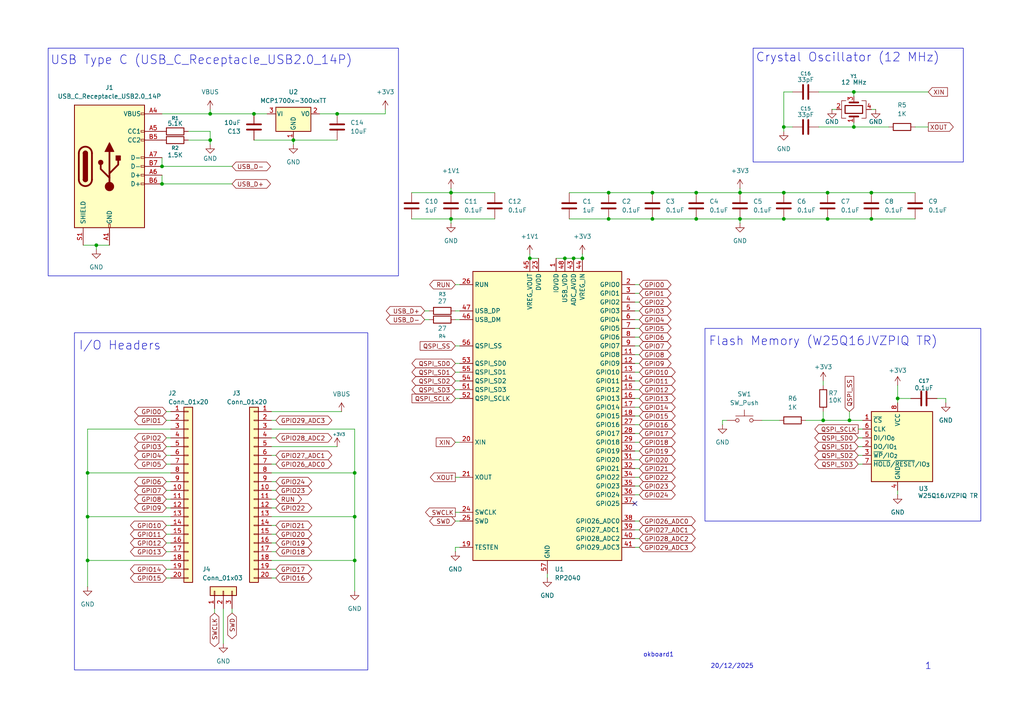
<source format=kicad_sch>
(kicad_sch (version 20250114) (generator "eeschema") (generator_version "9.0")
  (paper "A4")
  (lib_symbols
    (symbol "Connector:USB_C_Receptacle_USB2.0_14P" (pin_names (offset 1.016))
      (property "Reference" "J" (at 0 22.225 0))
      (property "Value" "USB_C_Receptacle_USB2.0_14P" (at 0 19.685 0))
      (symbol "USB_C_Receptacle_USB2.0_14P_1_1"
        (pin passive line (at -7.62 -22.86 90) (length 5.08) (name "SHIELD") (number "S1"))
        (pin passive line (at 0 -22.86 90) (length 5.08) (name "GND") (number "A1"))
        (pin passive line (at 0 -22.86 90) (length 5.08) (hide yes) (name "GND") (number "A12"))
        (pin passive line (at 0 -22.86 90) (length 5.08) (hide yes) (name "GND") (number "B1"))
        (pin passive line (at 0 -22.86 90) (length 5.08) (hide yes) (name "GND") (number "B12"))
        (pin passive line (at 15.24 15.24 180) (length 5.08) (name "VBUS") (number "A4"))
        (pin passive line (at 15.24 15.24 180) (length 5.08) (hide yes) (name "VBUS") (number "A9"))
        (pin passive line (at 15.24 15.24 180) (length 5.08) (hide yes) (name "VBUS") (number "B4"))
        (pin passive line (at 15.24 15.24 180) (length 5.08) (hide yes) (name "VBUS") (number "B9"))
        (pin bidirectional line (at 15.24 10.16 180) (length 5.08) (name "CC1") (number "A5"))
        (pin bidirectional line (at 15.24 7.62 180) (length 5.08) (name "CC2") (number "B5"))
        (pin bidirectional line (at 15.24 2.54 180) (length 5.08) (name "D-") (number "A7"))
        (pin bidirectional line (at 15.24 0 180) (length 5.08) (name "D-") (number "B7"))
        (pin bidirectional line (at 15.24 -2.54 180) (length 5.08) (name "D+") (number "A6"))
        (pin bidirectional line (at 15.24 -5.08 180) (length 5.08) (name "D+") (number "B6"))
      )
    )
    (symbol "Connector_Generic:Conn_01x03" (pin_names (offset 1.016) (hide yes))
      (property "Reference" "J" (at 0 5.08 0))
      (property "Value" "Conn_01x03" (at 0 -5.08 0))
      (symbol "Conn_01x03_1_1"
        (pin passive line (at -5.08 2.54 0) (length 3.81) (name "Pin_1") (number "1"))
        (pin passive line (at -5.08 0 0) (length 3.81) (name "Pin_2") (number "2"))
        (pin passive line (at -5.08 -2.54 0) (length 3.81) (name "Pin_3") (number "3"))
      )
    )
    (symbol "Connector_Generic:Conn_01x20" (pin_names (offset 1.016) (hide yes))
      (property "Reference" "J" (at 0 25.4 0))
      (property "Value" "Conn_01x20" (at 0 -27.94 0))
      (symbol "Conn_01x20_1_1"
        (pin passive line (at -5.08 22.86 0) (length 3.81) (name "Pin_1") (number "1"))
        (pin passive line (at -5.08 20.32 0) (length 3.81) (name "Pin_2") (number "2"))
        (pin passive line (at -5.08 17.78 0) (length 3.81) (name "Pin_3") (number "3"))
        (pin passive line (at -5.08 15.24 0) (length 3.81) (name "Pin_4") (number "4"))
        (pin passive line (at -5.08 12.7 0) (length 3.81) (name "Pin_5") (number "5"))
        (pin passive line (at -5.08 10.16 0) (length 3.81) (name "Pin_6") (number "6"))
        (pin passive line (at -5.08 7.62 0) (length 3.81) (name "Pin_7") (number "7"))
        (pin passive line (at -5.08 5.08 0) (length 3.81) (name "Pin_8") (number "8"))
        (pin passive line (at -5.08 2.54 0) (length 3.81) (name "Pin_9") (number "9"))
        (pin passive line (at -5.08 0 0) (length 3.81) (name "Pin_10") (number "10"))
        (pin passive line (at -5.08 -2.54 0) (length 3.81) (name "Pin_11") (number "11"))
        (pin passive line (at -5.08 -5.08 0) (length 3.81) (name "Pin_12") (number "12"))
        (pin passive line (at -5.08 -7.62 0) (length 3.81) (name "Pin_13") (number "13"))
        (pin passive line (at -5.08 -10.16 0) (length 3.81) (name "Pin_14") (number "14"))
        (pin passive line (at -5.08 -12.7 0) (length 3.81) (name "Pin_15") (number "15"))
        (pin passive line (at -5.08 -15.24 0) (length 3.81) (name "Pin_16") (number "16"))
        (pin passive line (at -5.08 -17.78 0) (length 3.81) (name "Pin_17") (number "17"))
        (pin passive line (at -5.08 -20.32 0) (length 3.81) (name "Pin_18") (number "18"))
        (pin passive line (at -5.08 -22.86 0) (length 3.81) (name "Pin_19") (number "19"))
        (pin passive line (at -5.08 -25.4 0) (length 3.81) (name "Pin_20") (number "20"))
      )
    )
    (symbol "Device:C" (pin_numbers (hide yes)) (pin_names (offset 0.254))
      (property "Reference" "C" (at 0.635 2.54 0))
      (property "Value" "C" (at 0.635 -2.54 0))
      (symbol "C_1_1"
        (pin passive line (at 0 3.81 270) (length 2.794) (name "~") (number "1"))
        (pin passive line (at 0 -3.81 90) (length 2.794) (name "~") (number "2"))
      )
    )
    (symbol "Device:Crystal_GND24" (pin_names (offset 1.016) (hide yes))
      (property "Reference" "Y" (at 3.175 5.08 0))
      (property "Value" "Crystal_GND24" (at 3.175 3.175 0))
      (symbol "Crystal_GND24_1_1"
        (pin passive line (at -3.81 0 0) (length 1.27) (name "1") (number "1"))
        (pin passive line (at 0 5.08 270) (length 1.27) (name "2") (number "2"))
        (pin passive line (at 0 -5.08 90) (length 1.27) (name "4") (number "4"))
        (pin passive line (at 3.81 0 180) (length 1.27) (name "3") (number "3"))
      )
    )
    (symbol "Device:R" (pin_numbers (hide yes)) (pin_names (offset 0))
      (property "Reference" "R" (at 2.032 0 90))
      (property "Value" "R" (at 0 0 90))
      (symbol "R_1_1"
        (pin passive line (at 0 3.81 270) (length 1.27) (name "~") (number "1"))
        (pin passive line (at 0 -3.81 90) (length 1.27) (name "~") (number "2"))
      )
    )
    (symbol "MCU_RaspberryPi:RP2040"
      (property "Reference" "U" (at 17.78 45.72 0))
      (property "Value" "RP2040" (at 17.78 43.18 0))
      (symbol "RP2040_1_1"
        (pin input line (at -25.4 38.1 0) (length 3.81) (name "RUN") (number "26"))
        (pin bidirectional line (at -25.4 30.48 0) (length 3.81) (name "USB_DP") (number "47"))
        (pin bidirectional line (at -25.4 27.94 0) (length 3.81) (name "USB_DM") (number "46"))
        (pin bidirectional line (at -25.4 20.32 0) (length 3.81) (name "QSPI_SS") (number "56"))
        (pin bidirectional line (at -25.4 15.24 0) (length 3.81) (name "QSPI_SD0") (number "53"))
        (pin bidirectional line (at -25.4 12.7 0) (length 3.81) (name "QSPI_SD1") (number "55"))
        (pin bidirectional line (at -25.4 10.16 0) (length 3.81) (name "QSPI_SD2") (number "54"))
        (pin bidirectional line (at -25.4 7.62 0) (length 3.81) (name "QSPI_SD3") (number "51"))
        (pin output line (at -25.4 5.08 0) (length 3.81) (name "QSPI_SCLK") (number "52"))
        (pin input line (at -25.4 -7.62 0) (length 3.81) (name "XIN") (number "20"))
        (pin passive line (at -25.4 -17.78 0) (length 3.81) (name "XOUT") (number "21"))
        (pin input line (at -25.4 -27.94 0) (length 3.81) (name "SWCLK") (number "24"))
        (pin bidirectional line (at -25.4 -30.48 0) (length 3.81) (name "SWD") (number "25"))
        (pin input line (at -25.4 -38.1 0) (length 3.81) (name "TESTEN") (number "19"))
        (pin power_out line (at -5.08 45.72 270) (length 3.81) (name "VREG_VOUT") (number "45"))
        (pin power_in line (at -2.54 45.72 270) (length 3.81) (name "DVDD") (number "23"))
        (pin passive line (at -2.54 45.72 270) (length 3.81) (hide yes) (name "DVDD") (number "50"))
        (pin power_in line (at 0 -45.72 90) (length 3.81) (name "GND") (number "57"))
        (pin power_in line (at 2.54 45.72 270) (length 3.81) (name "IOVDD") (number "1"))
        (pin passive line (at 2.54 45.72 270) (length 3.81) (hide yes) (name "IOVDD") (number "10"))
        (pin passive line (at 2.54 45.72 270) (length 3.81) (hide yes) (name "IOVDD") (number "22"))
        (pin passive line (at 2.54 45.72 270) (length 3.81) (hide yes) (name "IOVDD") (number "33"))
        (pin passive line (at 2.54 45.72 270) (length 3.81) (hide yes) (name "IOVDD") (number "42"))
        (pin passive line (at 2.54 45.72 270) (length 3.81) (hide yes) (name "IOVDD") (number "49"))
        (pin power_in line (at 5.08 45.72 270) (length 3.81) (name "USB_VDD") (number "48"))
        (pin power_in line (at 7.62 45.72 270) (length 3.81) (name "ADC_AVDD") (number "43"))
        (pin power_in line (at 10.16 45.72 270) (length 3.81) (name "VREG_IN") (number "44"))
        (pin bidirectional line (at 25.4 38.1 180) (length 3.81) (name "GPIO0") (number "2"))
        (pin bidirectional line (at 25.4 35.56 180) (length 3.81) (name "GPIO1") (number "3"))
        (pin bidirectional line (at 25.4 33.02 180) (length 3.81) (name "GPIO2") (number "4"))
        (pin bidirectional line (at 25.4 30.48 180) (length 3.81) (name "GPIO3") (number "5"))
        (pin bidirectional line (at 25.4 27.94 180) (length 3.81) (name "GPIO4") (number "6"))
        (pin bidirectional line (at 25.4 25.4 180) (length 3.81) (name "GPIO5") (number "7"))
        (pin bidirectional line (at 25.4 22.86 180) (length 3.81) (name "GPIO6") (number "8"))
        (pin bidirectional line (at 25.4 20.32 180) (length 3.81) (name "GPIO7") (number "9"))
        (pin bidirectional line (at 25.4 17.78 180) (length 3.81) (name "GPIO8") (number "11"))
        (pin bidirectional line (at 25.4 15.24 180) (length 3.81) (name "GPIO9") (number "12"))
        (pin bidirectional line (at 25.4 12.7 180) (length 3.81) (name "GPIO10") (number "13"))
        (pin bidirectional line (at 25.4 10.16 180) (length 3.81) (name "GPIO11") (number "14"))
        (pin bidirectional line (at 25.4 7.62 180) (length 3.81) (name "GPIO12") (number "15"))
        (pin bidirectional line (at 25.4 5.08 180) (length 3.81) (name "GPIO13") (number "16"))
        (pin bidirectional line (at 25.4 2.54 180) (length 3.81) (name "GPIO14") (number "17"))
        (pin bidirectional line (at 25.4 0 180) (length 3.81) (name "GPIO15") (number "18"))
        (pin bidirectional line (at 25.4 -2.54 180) (length 3.81) (name "GPIO16") (number "27"))
        (pin bidirectional line (at 25.4 -5.08 180) (length 3.81) (name "GPIO17") (number "28"))
        (pin bidirectional line (at 25.4 -7.62 180) (length 3.81) (name "GPIO18") (number "29"))
        (pin bidirectional line (at 25.4 -10.16 180) (length 3.81) (name "GPIO19") (number "30"))
        (pin bidirectional line (at 25.4 -12.7 180) (length 3.81) (name "GPIO20") (number "31"))
        (pin bidirectional line (at 25.4 -15.24 180) (length 3.81) (name "GPIO21") (number "32"))
        (pin bidirectional line (at 25.4 -17.78 180) (length 3.81) (name "GPIO22") (number "34"))
        (pin bidirectional line (at 25.4 -20.32 180) (length 3.81) (name "GPIO23") (number "35"))
        (pin bidirectional line (at 25.4 -22.86 180) (length 3.81) (name "GPIO24") (number "36"))
        (pin bidirectional line (at 25.4 -25.4 180) (length 3.81) (name "GPIO25") (number "37"))
        (pin bidirectional line (at 25.4 -30.48 180) (length 3.81) (name "GPIO26_ADC0") (number "38"))
        (pin bidirectional line (at 25.4 -33.02 180) (length 3.81) (name "GPIO27_ADC1") (number "39"))
        (pin bidirectional line (at 25.4 -35.56 180) (length 3.81) (name "GPIO28_ADC2") (number "40"))
        (pin bidirectional line (at 25.4 -38.1 180) (length 3.81) (name "GPIO29_ADC3") (number "41"))
      )
    )
    (symbol "Memory_Flash:W25Q128JVS"
      (property "Reference" "U" (at -6.35 11.43 0))
      (property "Value" "W25Q128JVS" (at 7.62 11.43 0))
      (symbol "W25Q128JVS_1_1"
        (pin input line (at -10.16 7.62 0) (length 2.54) (name "~{CS}") (number "1"))
        (pin input line (at -10.16 5.08 0) (length 2.54) (name "CLK") (number "6"))
        (pin bidirectional line (at -10.16 2.54 0) (length 2.54) (name "DI/IO_{0}") (number "5"))
        (pin bidirectional line (at -10.16 0 0) (length 2.54) (name "DO/IO_{1}") (number "2"))
        (pin bidirectional line (at -10.16 -2.54 0) (length 2.54) (name "~{WP}/IO_{2}") (number "3"))
        (pin bidirectional line (at -10.16 -5.08 0) (length 2.54) (name "~{HOLD}/~{RESET}/IO_{3}") (number "7"))
        (pin power_in line (at 0 12.7 270) (length 2.54) (name "VCC") (number "8"))
        (pin power_in line (at 0 -12.7 90) (length 2.54) (name "GND") (number "4"))
      )
    )
    (symbol "Regulator_Linear:MCP1700x-300xxTT" (pin_names (offset 0.254))
      (property "Reference" "U" (at -3.81 3.175 0))
      (property "Value" "MCP1700x-300xxTT" (at 0 3.175 0))
      (symbol "MCP1700x-300xxTT_1_1"
        (pin power_in line (at -7.62 0 0) (length 2.54) (name "VI") (number "3"))
        (pin power_in line (at 0 -7.62 90) (length 2.54) (name "GND") (number "1"))
        (pin power_out line (at 7.62 0 180) (length 2.54) (name "VO") (number "2"))
      )
    )
    (symbol "Switch:SW_Push" (pin_numbers (hide yes)) (pin_names (offset 1.016) (hide yes))
      (property "Reference" "SW" (at 1.27 2.54 0))
      (property "Value" "SW_Push" (at 0 -1.524 0))
      (symbol "SW_Push_0_1"
        (pin passive line (at -5.08 0 0) (length 2.54) (name "1") (number "1"))
        (pin passive line (at 5.08 0 180) (length 2.54) (name "2") (number "2"))
      )
    )
    (symbol "power:+1V1" (power) (pin_numbers (hide yes)) (pin_names (offset 0) (hide yes))
      (property "Value" "+1V1" (at 0 3.556 0))
      (symbol "+1V1_1_1"
        (pin power_in line (at 0 0 90) (length 0) (name "~") (number "1"))
      )
    )
    (symbol "power:+3V3" (power) (pin_numbers (hide yes)) (pin_names (offset 0) (hide yes))
      (property "Value" "+3V3" (at 0 3.556 0))
      (symbol "+3V3_1_1"
        (pin power_in line (at 0 0 90) (length 0) (name "~") (number "1"))
      )
    )
    (symbol "power:GND" (power) (pin_numbers (hide yes)) (pin_names (offset 0) (hide yes))
      (property "Value" "GND" (at 0 -3.81 0))
      (symbol "GND_1_1"
        (pin power_in line (at 0 0 270) (length 0) (name "~") (number "1"))
      )
    )
    (symbol "power:VBUS" (power) (pin_numbers (hide yes)) (pin_names (offset 0) (hide yes))
      (property "Value" "VBUS" (at 0 3.556 0))
      (symbol "VBUS_1_1"
        (pin power_in line (at 0 0 90) (length 0) (name "~") (number "1"))
      )
    )
  )
  (rectangle (start 204.47 95.25) (end 284.48 151.13))
  (rectangle (start 218.44 13.97) (end 279.4 46.99))
  (rectangle (start 13.97 13.97) (end 115.57 80.01))
  (rectangle (start 21.59 96.52) (end 106.68 194.31))
  (text "USB Type C (USB_C_Receptacle_USB2.0_14P)" (at 58.42 17.526 0) (effects (font (size 2.54 2.54))))
  (text "20/12/2025" (at 212.344 193.294 0) (effects (font (size 1.27 1.27))))
  (text "I/O Headers" (at 34.798 100.33 0) (effects (font (size 2.54 2.54))))
  (text "1" (at 269.24 193.294 0) (effects (font (size 1.905 1.905))))
  (text "okboard1" (at 191.008 189.992 0) (effects (font (size 1.27 1.27))))
  (text "Crystal Oscillator (12 MHz)" (at 245.872 16.764 0) (effects (font (size 2.54 2.54))))
  (text "Flash Memory (W25Q16JVZPIQ TR)" (at 238.76 99.06 0) (effects (font (size 2.54 2.54))))
  (junction (at 201.93 55.88))
  (junction (at 46.99 53.34))
  (junction (at 27.94 71.12))
  (junction (at 168.91 74.93))
  (junction (at 25.4 162.56))
  (junction (at 46.99 48.26))
  (junction (at 247.65 26.67))
  (junction (at 25.4 137.16))
  (junction (at 227.33 36.83))
  (junction (at 60.96 33.02))
  (junction (at 214.63 55.88))
  (junction (at 189.23 55.88))
  (junction (at 60.96 40.64))
  (junction (at 97.79 33.02))
  (junction (at 130.81 55.88))
  (junction (at 240.03 63.5))
  (junction (at 102.87 149.86))
  (junction (at 73.66 33.02))
  (junction (at 176.53 55.88))
  (junction (at 85.09 40.64))
  (junction (at 153.67 74.93))
  (junction (at 102.87 137.16))
  (junction (at 227.33 63.5))
  (junction (at 247.65 36.83))
  (junction (at 189.23 63.5))
  (junction (at 163.83 74.93))
  (junction (at 166.37 74.93))
  (junction (at 252.73 55.88))
  (junction (at 246.38 121.92))
  (junction (at 25.4 149.86))
  (junction (at 260.35 115.57))
  (junction (at 201.93 63.5))
  (junction (at 130.81 63.5))
  (junction (at 102.87 162.56))
  (junction (at 240.03 55.88))
  (junction (at 227.33 55.88))
  (junction (at 238.76 121.92))
  (junction (at 214.63 63.5))
  (junction (at 176.53 63.5))
  (junction (at 252.73 63.5))
  (no_connect (at 184.15 146.05))
  (wire (pts (xy 46.99 53.34) (xy 67.31 53.34)))
  (wire (pts (xy 78.74 142.24) (xy 80.01 142.24)))
  (wire (pts (xy 60.96 33.02) (xy 73.66 33.02)))
  (wire (pts (xy 166.37 74.93) (xy 168.91 74.93)))
  (wire (pts (xy 78.74 129.54) (xy 97.79 129.54)))
  (wire (pts (xy 85.09 40.64) (xy 85.09 41.91)))
  (wire (pts (xy 184.15 140.97) (xy 185.42 140.97)))
  (wire (pts (xy 25.4 137.16) (xy 49.53 137.16)))
  (wire (pts (xy 220.98 121.92) (xy 226.06 121.92)))
  (wire (pts (xy 111.76 33.02) (xy 111.76 31.75)))
  (wire (pts (xy 48.26 142.24) (xy 49.53 142.24)))
  (wire (pts (xy 133.35 158.75) (xy 132.08 158.75)))
  (wire (pts (xy 260.35 115.57) (xy 264.16 115.57)))
  (wire (pts (xy 48.26 119.38) (xy 49.53 119.38)))
  (wire (pts (xy 78.74 144.78) (xy 80.01 144.78)))
  (wire (pts (xy 132.08 90.17) (xy 133.35 90.17)))
  (wire (pts (xy 46.99 48.26) (xy 67.31 48.26)))
  (wire (pts (xy 214.63 54.61) (xy 214.63 55.88)))
  (wire (pts (xy 237.49 26.67) (xy 247.65 26.67)))
  (wire (pts (xy 238.76 121.92) (xy 246.38 121.92)))
  (wire (pts (xy 25.4 149.86) (xy 25.4 162.56)))
  (wire (pts (xy 214.63 55.88) (xy 227.33 55.88)))
  (wire (pts (xy 132.08 107.95) (xy 133.35 107.95)))
  (wire (pts (xy 227.33 55.88) (xy 240.03 55.88)))
  (wire (pts (xy 27.94 71.12) (xy 31.75 71.12)))
  (wire (pts (xy 78.74 137.16) (xy 102.87 137.16)))
  (wire (pts (xy 130.81 55.88) (xy 143.51 55.88)))
  (wire (pts (xy 176.53 55.88) (xy 189.23 55.88)))
  (wire (pts (xy 132.08 148.59) (xy 133.35 148.59)))
  (wire (pts (xy 201.93 63.5) (xy 214.63 63.5)))
  (wire (pts (xy 73.66 40.64) (xy 85.09 40.64)))
  (wire (pts (xy 260.35 142.24) (xy 260.35 143.51)))
  (wire (pts (xy 248.92 132.08) (xy 250.19 132.08)))
  (wire (pts (xy 237.49 36.83) (xy 247.65 36.83)))
  (wire (pts (xy 184.15 87.63) (xy 185.42 87.63)))
  (wire (pts (xy 54.61 40.64) (xy 60.96 40.64)))
  (wire (pts (xy 78.74 139.7) (xy 80.01 139.7)))
  (wire (pts (xy 163.83 74.93) (xy 166.37 74.93)))
  (wire (pts (xy 184.15 120.65) (xy 185.42 120.65)))
  (wire (pts (xy 184.15 151.13) (xy 185.42 151.13)))
  (wire (pts (xy 132.08 138.43) (xy 133.35 138.43)))
  (wire (pts (xy 247.65 35.56) (xy 247.65 36.83)))
  (wire (pts (xy 184.15 158.75) (xy 185.42 158.75)))
  (wire (pts (xy 78.74 165.1) (xy 80.01 165.1)))
  (wire (pts (xy 48.26 129.54) (xy 49.53 129.54)))
  (wire (pts (xy 78.74 132.08) (xy 80.01 132.08)))
  (wire (pts (xy 274.32 115.57) (xy 274.32 116.84)))
  (wire (pts (xy 102.87 124.46) (xy 102.87 137.16)))
  (wire (pts (xy 78.74 167.64) (xy 80.01 167.64)))
  (wire (pts (xy 78.74 121.92) (xy 80.01 121.92)))
  (wire (pts (xy 247.65 36.83) (xy 257.81 36.83)))
  (wire (pts (xy 227.33 36.83) (xy 227.33 38.1)))
  (wire (pts (xy 78.74 157.48) (xy 80.01 157.48)))
  (wire (pts (xy 252.73 63.5) (xy 265.43 63.5)))
  (wire (pts (xy 184.15 143.51) (xy 185.42 143.51)))
  (wire (pts (xy 78.74 160.02) (xy 80.01 160.02)))
  (wire (pts (xy 60.96 40.64) (xy 60.96 41.91)))
  (wire (pts (xy 271.78 115.57) (xy 274.32 115.57)))
  (wire (pts (xy 132.08 100.33) (xy 133.35 100.33)))
  (wire (pts (xy 48.26 144.78) (xy 49.53 144.78)))
  (wire (pts (xy 25.4 149.86) (xy 49.53 149.86)))
  (wire (pts (xy 132.08 92.71) (xy 133.35 92.71)))
  (wire (pts (xy 248.92 134.62) (xy 250.19 134.62)))
  (wire (pts (xy 46.99 45.72) (xy 46.99 48.26)))
  (wire (pts (xy 48.26 160.02) (xy 49.53 160.02)))
  (wire (pts (xy 48.26 152.4) (xy 49.53 152.4)))
  (wire (pts (xy 184.15 85.09) (xy 185.42 85.09)))
  (wire (pts (xy 248.92 129.54) (xy 250.19 129.54)))
  (wire (pts (xy 25.4 162.56) (xy 49.53 162.56)))
  (wire (pts (xy 201.93 55.88) (xy 214.63 55.88)))
  (wire (pts (xy 233.68 121.92) (xy 238.76 121.92)))
  (wire (pts (xy 153.67 74.93) (xy 156.21 74.93)))
  (wire (pts (xy 119.38 55.88) (xy 130.81 55.88)))
  (wire (pts (xy 168.91 73.66) (xy 168.91 74.93)))
  (wire (pts (xy 48.26 165.1) (xy 49.53 165.1)))
  (wire (pts (xy 49.53 124.46) (xy 25.4 124.46)))
  (wire (pts (xy 48.26 134.62) (xy 49.53 134.62)))
  (wire (pts (xy 240.03 63.5) (xy 252.73 63.5)))
  (wire (pts (xy 24.13 71.12) (xy 27.94 71.12)))
  (wire (pts (xy 184.15 82.55) (xy 185.42 82.55)))
  (wire (pts (xy 252.73 55.88) (xy 265.43 55.88)))
  (wire (pts (xy 184.15 118.11) (xy 185.42 118.11)))
  (wire (pts (xy 184.15 133.35) (xy 185.42 133.35)))
  (wire (pts (xy 48.26 147.32) (xy 49.53 147.32)))
  (wire (pts (xy 132.08 128.27) (xy 133.35 128.27)))
  (wire (pts (xy 248.92 124.46) (xy 250.19 124.46)))
  (wire (pts (xy 189.23 55.88) (xy 201.93 55.88)))
  (wire (pts (xy 73.66 33.02) (xy 77.47 33.02)))
  (wire (pts (xy 78.74 152.4) (xy 80.01 152.4)))
  (wire (pts (xy 46.99 33.02) (xy 60.96 33.02)))
  (wire (pts (xy 184.15 128.27) (xy 185.42 128.27)))
  (wire (pts (xy 102.87 149.86) (xy 102.87 162.56)))
  (wire (pts (xy 130.81 63.5) (xy 130.81 64.77)))
  (wire (pts (xy 132.08 151.13) (xy 133.35 151.13)))
  (wire (pts (xy 238.76 119.38) (xy 238.76 121.92)))
  (wire (pts (xy 78.74 119.38) (xy 99.06 119.38)))
  (wire (pts (xy 132.08 115.57) (xy 133.35 115.57)))
  (wire (pts (xy 48.26 157.48) (xy 49.53 157.48)))
  (wire (pts (xy 97.79 33.02) (xy 111.76 33.02)))
  (wire (pts (xy 184.15 115.57) (xy 185.42 115.57)))
  (wire (pts (xy 260.35 115.57) (xy 260.35 116.84)))
  (wire (pts (xy 123.19 92.71) (xy 124.46 92.71)))
  (wire (pts (xy 48.26 121.92) (xy 49.53 121.92)))
  (wire (pts (xy 240.03 55.88) (xy 252.73 55.88)))
  (wire (pts (xy 238.76 110.49) (xy 238.76 111.76)))
  (wire (pts (xy 48.26 154.94) (xy 49.53 154.94)))
  (wire (pts (xy 132.08 110.49) (xy 133.35 110.49)))
  (wire (pts (xy 247.65 26.67) (xy 269.24 26.67)))
  (wire (pts (xy 102.87 137.16) (xy 102.87 149.86)))
  (wire (pts (xy 85.09 40.64) (xy 97.79 40.64)))
  (wire (pts (xy 102.87 162.56) (xy 102.87 171.45)))
  (wire (pts (xy 161.29 74.93) (xy 163.83 74.93)))
  (wire (pts (xy 25.4 124.46) (xy 25.4 137.16)))
  (wire (pts (xy 78.74 154.94) (xy 80.01 154.94)))
  (wire (pts (xy 67.31 176.53) (xy 67.31 177.8)))
  (wire (pts (xy 189.23 63.5) (xy 201.93 63.5)))
  (wire (pts (xy 165.1 55.88) (xy 176.53 55.88)))
  (wire (pts (xy 227.33 36.83) (xy 229.87 36.83)))
  (wire (pts (xy 184.15 105.41) (xy 185.42 105.41)))
  (wire (pts (xy 184.15 102.87) (xy 185.42 102.87)))
  (wire (pts (xy 132.08 105.41) (xy 133.35 105.41)))
  (wire (pts (xy 54.61 38.1) (xy 60.96 38.1)))
  (wire (pts (xy 184.15 97.79) (xy 185.42 97.79)))
  (wire (pts (xy 119.38 63.5) (xy 130.81 63.5)))
  (wire (pts (xy 48.26 139.7) (xy 49.53 139.7)))
  (wire (pts (xy 64.77 176.53) (xy 64.77 186.69)))
  (wire (pts (xy 92.71 33.02) (xy 97.79 33.02)))
  (wire (pts (xy 78.74 147.32) (xy 80.01 147.32)))
  (wire (pts (xy 184.15 125.73) (xy 185.42 125.73)))
  (wire (pts (xy 184.15 100.33) (xy 185.42 100.33)))
  (wire (pts (xy 78.74 162.56) (xy 102.87 162.56)))
  (wire (pts (xy 246.38 119.38) (xy 246.38 121.92)))
  (wire (pts (xy 227.33 63.5) (xy 240.03 63.5)))
  (wire (pts (xy 184.15 95.25) (xy 185.42 95.25)))
  (wire (pts (xy 184.15 90.17) (xy 185.42 90.17)))
  (wire (pts (xy 248.92 127) (xy 250.19 127)))
  (wire (pts (xy 260.35 111.76) (xy 260.35 115.57)))
  (wire (pts (xy 210.82 121.92) (xy 209.55 121.92)))
  (wire (pts (xy 184.15 153.67) (xy 185.42 153.67)))
  (wire (pts (xy 246.38 121.92) (xy 250.19 121.92)))
  (wire (pts (xy 184.15 130.81) (xy 185.42 130.81)))
  (wire (pts (xy 209.55 121.92) (xy 209.55 123.19)))
  (wire (pts (xy 241.3 31.75) (xy 242.57 31.75)))
  (wire (pts (xy 184.15 156.21) (xy 185.42 156.21)))
  (wire (pts (xy 227.33 26.67) (xy 227.33 36.83)))
  (wire (pts (xy 25.4 162.56) (xy 25.4 170.18)))
  (wire (pts (xy 165.1 63.5) (xy 176.53 63.5)))
  (wire (pts (xy 176.53 63.5) (xy 189.23 63.5)))
  (wire (pts (xy 265.43 36.83) (xy 269.24 36.83)))
  (wire (pts (xy 184.15 92.71) (xy 185.42 92.71)))
  (wire (pts (xy 25.4 137.16) (xy 25.4 149.86)))
  (wire (pts (xy 184.15 138.43) (xy 185.42 138.43)))
  (wire (pts (xy 214.63 63.5) (xy 214.63 64.77)))
  (wire (pts (xy 184.15 113.03) (xy 185.42 113.03)))
  (wire (pts (xy 48.26 132.08) (xy 49.53 132.08)))
  (wire (pts (xy 48.26 127) (xy 49.53 127)))
  (wire (pts (xy 46.99 50.8) (xy 46.99 53.34)))
  (wire (pts (xy 132.08 113.03) (xy 133.35 113.03)))
  (wire (pts (xy 252.73 31.75) (xy 254 31.75)))
  (wire (pts (xy 78.74 149.86) (xy 102.87 149.86)))
  (wire (pts (xy 132.08 82.55) (xy 133.35 82.55)))
  (wire (pts (xy 184.15 110.49) (xy 185.42 110.49)))
  (wire (pts (xy 60.96 38.1) (xy 60.96 40.64)))
  (wire (pts (xy 130.81 54.61) (xy 130.81 55.88)))
  (wire (pts (xy 48.26 167.64) (xy 49.53 167.64)))
  (wire (pts (xy 158.75 166.37) (xy 158.75 167.64)))
  (wire (pts (xy 78.74 134.62) (xy 80.01 134.62)))
  (wire (pts (xy 78.74 127) (xy 80.01 127)))
  (wire (pts (xy 229.87 26.67) (xy 227.33 26.67)))
  (wire (pts (xy 60.96 31.75) (xy 60.96 33.02)))
  (wire (pts (xy 153.67 73.66) (xy 153.67 74.93)))
  (wire (pts (xy 27.94 71.12) (xy 27.94 72.39)))
  (wire (pts (xy 184.15 107.95) (xy 185.42 107.95)))
  (wire (pts (xy 132.08 158.75) (xy 132.08 160.02)))
  (wire (pts (xy 62.23 176.53) (xy 62.23 177.8)))
  (wire (pts (xy 247.65 26.67) (xy 247.65 27.94)))
  (wire (pts (xy 184.15 135.89) (xy 185.42 135.89)))
  (wire (pts (xy 214.63 63.5) (xy 227.33 63.5)))
  (wire (pts (xy 123.19 90.17) (xy 124.46 90.17)))
  (wire (pts (xy 130.81 63.5) (xy 143.51 63.5)))
  (wire (pts (xy 78.74 124.46) (xy 102.87 124.46)))
  (wire (pts (xy 184.15 123.19) (xy 185.42 123.19)))
  (global_label "GPIO3" (shape bidirectional) (at 48.26 129.54 180) (property "Intersheetrefs" "${INTERSHEET_REFS}" (effects (hide yes))))
  (global_label "GPIO2" (shape bidirectional) (at 48.26 127 180) (property "Intersheetrefs" "${INTERSHEET_REFS}" (effects (hide yes))))
  (global_label "GPIO29_ADC3" (shape bidirectional) (at 80.01 121.92 0) (property "Intersheetrefs" "${INTERSHEET_REFS}" (effects (hide yes))))
  (global_label "GPIO17" (shape bidirectional) (at 80.01 165.1 0) (property "Intersheetrefs" "${INTERSHEET_REFS}" (effects (hide yes))))
  (global_label "GPIO10" (shape bidirectional) (at 48.26 152.4 180) (property "Intersheetrefs" "${INTERSHEET_REFS}" (effects (hide yes))))
  (global_label "GPIO19" (shape bidirectional) (at 185.42 130.81 0) (property "Intersheetrefs" "${INTERSHEET_REFS}" (effects (hide yes))))
  (global_label "GPIO9" (shape bidirectional) (at 185.42 105.41 0) (property "Intersheetrefs" "${INTERSHEET_REFS}" (effects (hide yes))))
  (global_label "USB_D+" (shape bidirectional) (at 67.31 53.34 0) (property "Intersheetrefs" "${INTERSHEET_REFS}" (effects (hide yes))))
  (global_label "GPIO13" (shape bidirectional) (at 185.42 115.57 0) (property "Intersheetrefs" "${INTERSHEET_REFS}" (effects (hide yes))))
  (global_label "GPIO4" (shape bidirectional) (at 48.26 132.08 180) (property "Intersheetrefs" "${INTERSHEET_REFS}" (effects (hide yes))))
  (global_label "GPIO16" (shape bidirectional) (at 80.01 167.64 0) (property "Intersheetrefs" "${INTERSHEET_REFS}" (effects (hide yes))))
  (global_label "RUN" (shape bidirectional) (at 80.01 144.78 0) (property "Intersheetrefs" "${INTERSHEET_REFS}" (effects (hide yes))))
  (global_label "GPIO20" (shape bidirectional) (at 185.42 133.35 0) (property "Intersheetrefs" "${INTERSHEET_REFS}" (effects (hide yes))))
  (global_label "QSPI_SD1" (shape bidirectional) (at 248.92 129.54 180) (property "Intersheetrefs" "${INTERSHEET_REFS}" (effects (hide yes))))
  (global_label "QSPI_SS" (shape input) (at 246.38 119.38 90) (property "Intersheetrefs" "${INTERSHEET_REFS}" (effects (hide yes))))
  (global_label "GPIO20" (shape bidirectional) (at 80.01 154.94 0) (property "Intersheetrefs" "${INTERSHEET_REFS}" (effects (hide yes))))
  (global_label "GPIO0" (shape bidirectional) (at 48.26 119.38 180) (property "Intersheetrefs" "${INTERSHEET_REFS}" (effects (hide yes))))
  (global_label "GPIO7" (shape bidirectional) (at 48.26 142.24 180) (property "Intersheetrefs" "${INTERSHEET_REFS}" (effects (hide yes))))
  (global_label "GPIO11" (shape bidirectional) (at 185.42 110.49 0) (property "Intersheetrefs" "${INTERSHEET_REFS}" (effects (hide yes))))
  (global_label "QSPI_SD0" (shape bidirectional) (at 248.92 127 180) (property "Intersheetrefs" "${INTERSHEET_REFS}" (effects (hide yes))))
  (global_label "QSPI_SCLK" (shape output) (at 248.92 124.46 180) (property "Intersheetrefs" "${INTERSHEET_REFS}" (effects (hide yes))))
  (global_label "GPIO18" (shape bidirectional) (at 80.01 160.02 0) (property "Intersheetrefs" "${INTERSHEET_REFS}" (effects (hide yes))))
  (global_label "GPIO26_ADC0" (shape bidirectional) (at 185.42 151.13 0) (property "Intersheetrefs" "${INTERSHEET_REFS}" (effects (hide yes))))
  (global_label "QSPI_SD1" (shape bidirectional) (at 132.08 107.95 180) (property "Intersheetrefs" "${INTERSHEET_REFS}" (effects (hide yes))))
  (global_label "USB_D-" (shape bidirectional) (at 123.19 92.71 180) (property "Intersheetrefs" "${INTERSHEET_REFS}" (effects (hide yes))))
  (global_label "QSPI_SD2" (shape bidirectional) (at 248.92 132.08 180) (property "Intersheetrefs" "${INTERSHEET_REFS}" (effects (hide yes))))
  (global_label "GPIO11" (shape bidirectional) (at 48.26 154.94 180) (property "Intersheetrefs" "${INTERSHEET_REFS}" (effects (hide yes))))
  (global_label "GPIO28_ADC2" (shape bidirectional) (at 80.01 127 0) (property "Intersheetrefs" "${INTERSHEET_REFS}" (effects (hide yes))))
  (global_label "XIN" (shape input) (at 132.08 128.27 180) (property "Intersheetrefs" "${INTERSHEET_REFS}" (effects (hide yes))))
  (global_label "GPIO13" (shape bidirectional) (at 48.26 160.02 180) (property "Intersheetrefs" "${INTERSHEET_REFS}" (effects (hide yes))))
  (global_label "GPIO10" (shape bidirectional) (at 185.42 107.95 0) (property "Intersheetrefs" "${INTERSHEET_REFS}" (effects (hide yes))))
  (global_label "GPIO24" (shape bidirectional) (at 80.01 139.7 0) (property "Intersheetrefs" "${INTERSHEET_REFS}" (effects (hide yes))))
  (global_label "XIN" (shape input) (at 269.24 26.67 0) (property "Intersheetrefs" "${INTERSHEET_REFS}" (effects (hide yes))))
  (global_label "RUN" (shape bidirectional) (at 132.08 82.55 180) (property "Intersheetrefs" "${INTERSHEET_REFS}" (effects (hide yes))))
  (global_label "GPIO8" (shape bidirectional) (at 48.26 144.78 180) (property "Intersheetrefs" "${INTERSHEET_REFS}" (effects (hide yes))))
  (global_label "GPIO12" (shape bidirectional) (at 185.42 113.03 0) (property "Intersheetrefs" "${INTERSHEET_REFS}" (effects (hide yes))))
  (global_label "GPIO22" (shape bidirectional) (at 185.42 138.43 0) (property "Intersheetrefs" "${INTERSHEET_REFS}" (effects (hide yes))))
  (global_label "GPIO8" (shape bidirectional) (at 185.42 102.87 0) (property "Intersheetrefs" "${INTERSHEET_REFS}" (effects (hide yes))))
  (global_label "GPIO26_ADC0" (shape bidirectional) (at 80.01 134.62 0) (property "Intersheetrefs" "${INTERSHEET_REFS}" (effects (hide yes))))
  (global_label "SWCLK" (shape bidirectional) (at 62.23 177.8 270) (property "Intersheetrefs" "${INTERSHEET_REFS}" (effects (hide yes))))
  (global_label "QSPI_SD2" (shape bidirectional) (at 132.08 110.49 180) (property "Intersheetrefs" "${INTERSHEET_REFS}" (effects (hide yes))))
  (global_label "GPIO3" (shape bidirectional) (at 185.42 90.17 0) (property "Intersheetrefs" "${INTERSHEET_REFS}" (effects (hide yes))))
  (global_label "GPIO2" (shape bidirectional) (at 185.42 87.63 0) (property "Intersheetrefs" "${INTERSHEET_REFS}" (effects (hide yes))))
  (global_label "GPIO15" (shape bidirectional) (at 48.26 167.64 180) (property "Intersheetrefs" "${INTERSHEET_REFS}" (effects (hide yes))))
  (global_label "GPIO6" (shape bidirectional) (at 48.26 139.7 180) (property "Intersheetrefs" "${INTERSHEET_REFS}" (effects (hide yes))))
  (global_label "GPIO4" (shape bidirectional) (at 185.42 92.71 0) (property "Intersheetrefs" "${INTERSHEET_REFS}" (effects (hide yes))))
  (global_label "GPIO24" (shape bidirectional) (at 185.42 143.51 0) (property "Intersheetrefs" "${INTERSHEET_REFS}" (effects (hide yes))))
  (global_label "GPIO27_ADC1" (shape bidirectional) (at 185.42 153.67 0) (property "Intersheetrefs" "${INTERSHEET_REFS}" (effects (hide yes))))
  (global_label "QSPI_SD0" (shape bidirectional) (at 132.08 105.41 180) (property "Intersheetrefs" "${INTERSHEET_REFS}" (effects (hide yes))))
  (global_label "GPIO17" (shape bidirectional) (at 185.42 125.73 0) (property "Intersheetrefs" "${INTERSHEET_REFS}" (effects (hide yes))))
  (global_label "SWD" (shape bidirectional) (at 67.31 177.8 270) (property "Intersheetrefs" "${INTERSHEET_REFS}" (effects (hide yes))))
  (global_label "GPIO12" (shape bidirectional) (at 48.26 157.48 180) (property "Intersheetrefs" "${INTERSHEET_REFS}" (effects (hide yes))))
  (global_label "GPIO9" (shape bidirectional) (at 48.26 147.32 180) (property "Intersheetrefs" "${INTERSHEET_REFS}" (effects (hide yes))))
  (global_label "GPIO6" (shape bidirectional) (at 185.42 97.79 0) (property "Intersheetrefs" "${INTERSHEET_REFS}" (effects (hide yes))))
  (global_label "GPIO19" (shape bidirectional) (at 80.01 157.48 0) (property "Intersheetrefs" "${INTERSHEET_REFS}" (effects (hide yes))))
  (global_label "QSPI_SD3" (shape bidirectional) (at 132.08 113.03 180) (property "Intersheetrefs" "${INTERSHEET_REFS}" (effects (hide yes))))
  (global_label "GPIO14" (shape bidirectional) (at 185.42 118.11 0) (property "Intersheetrefs" "${INTERSHEET_REFS}" (effects (hide yes))))
  (global_label "USB_D+" (shape bidirectional) (at 123.19 90.17 180) (property "Intersheetrefs" "${INTERSHEET_REFS}" (effects (hide yes))))
  (global_label "GPIO27_ADC1" (shape bidirectional) (at 80.01 132.08 0) (property "Intersheetrefs" "${INTERSHEET_REFS}" (effects (hide yes))))
  (global_label "QSPI_SS" (shape input) (at 132.08 100.33 180) (property "Intersheetrefs" "${INTERSHEET_REFS}" (effects (hide yes))))
  (global_label "GPIO14" (shape bidirectional) (at 48.26 165.1 180) (property "Intersheetrefs" "${INTERSHEET_REFS}" (effects (hide yes))))
  (global_label "GPIO23" (shape bidirectional) (at 185.42 140.97 0) (property "Intersheetrefs" "${INTERSHEET_REFS}" (effects (hide yes))))
  (global_label "GPIO1" (shape bidirectional) (at 48.26 121.92 180) (property "Intersheetrefs" "${INTERSHEET_REFS}" (effects (hide yes))))
  (global_label "QSPI_SCLK" (shape input) (at 132.08 115.57 180) (property "Intersheetrefs" "${INTERSHEET_REFS}" (effects (hide yes))))
  (global_label "GPIO29_ADC3" (shape bidirectional) (at 185.42 158.75 0) (property "Intersheetrefs" "${INTERSHEET_REFS}" (effects (hide yes))))
  (global_label "SWD" (shape bidirectional) (at 132.08 151.13 180) (property "Intersheetrefs" "${INTERSHEET_REFS}" (effects (hide yes))))
  (global_label "GPIO18" (shape bidirectional) (at 185.42 128.27 0) (property "Intersheetrefs" "${INTERSHEET_REFS}" (effects (hide yes))))
  (global_label "GPIO23" (shape bidirectional) (at 80.01 142.24 0) (property "Intersheetrefs" "${INTERSHEET_REFS}" (effects (hide yes))))
  (global_label "GPIO5" (shape bidirectional) (at 48.26 134.62 180) (property "Intersheetrefs" "${INTERSHEET_REFS}" (effects (hide yes))))
  (global_label "GPIO16" (shape bidirectional) (at 185.42 123.19 0) (property "Intersheetrefs" "${INTERSHEET_REFS}" (effects (hide yes))))
  (global_label "GPIO22" (shape bidirectional) (at 80.01 147.32 0) (property "Intersheetrefs" "${INTERSHEET_REFS}" (effects (hide yes))))
  (global_label "GPIO5" (shape bidirectional) (at 185.42 95.25 0) (property "Intersheetrefs" "${INTERSHEET_REFS}" (effects (hide yes))))
  (global_label "GPIO1" (shape bidirectional) (at 185.42 85.09 0) (property "Intersheetrefs" "${INTERSHEET_REFS}" (effects (hide yes))))
  (global_label "GPIO7" (shape bidirectional) (at 185.42 100.33 0) (property "Intersheetrefs" "${INTERSHEET_REFS}" (effects (hide yes))))
  (global_label "GPIO21" (shape bidirectional) (at 80.01 152.4 0) (property "Intersheetrefs" "${INTERSHEET_REFS}" (effects (hide yes))))
  (global_label "GPIO28_ADC2" (shape bidirectional) (at 185.42 156.21 0) (property "Intersheetrefs" "${INTERSHEET_REFS}" (effects (hide yes))))
  (global_label "GPIO0" (shape bidirectional) (at 185.42 82.55 0) (property "Intersheetrefs" "${INTERSHEET_REFS}" (effects (hide yes))))
  (global_label "QSPI_SD3" (shape bidirectional) (at 248.92 134.62 180) (property "Intersheetrefs" "${INTERSHEET_REFS}" (effects (hide yes))))
  (global_label "USB_D-" (shape bidirectional) (at 67.31 48.26 0) (property "Intersheetrefs" "${INTERSHEET_REFS}" (effects (hide yes))))
  (global_label "GPIO21" (shape bidirectional) (at 185.42 135.89 0) (property "Intersheetrefs" "${INTERSHEET_REFS}" (effects (hide yes))))
  (global_label "XOUT" (shape output) (at 132.08 138.43 180) (property "Intersheetrefs" "${INTERSHEET_REFS}" (effects (hide yes))))
  (global_label "SWCLK" (shape output) (at 132.08 148.59 180) (property "Intersheetrefs" "${INTERSHEET_REFS}" (effects (hide yes))))
  (global_label "XOUT" (shape output) (at 269.24 36.83 0) (property "Intersheetrefs" "${INTERSHEET_REFS}" (effects (hide yes))))
  (global_label "GPIO15" (shape bidirectional) (at 185.42 120.65 0) (property "Intersheetrefs" "${INTERSHEET_REFS}" (effects (hide yes))))
  (symbol (lib_id "power:GND") (at 102.87 171.45 0) (unit 1)
    (property "Reference" "#PWR026" (effects (hide yes)))
    (property "Value" "GND" (at 102.87 176.53 0))
    (property "Description" "Power symbol creates a global label with name \"GND\" , ground" (effects (hide yes)))
  )
  (symbol (lib_id "Device:C") (at 233.68 36.83 90) (unit 1)
    (property "Reference" "C15" (at 233.68 31.496 90) (effects (font (size 1.016 1.016))))
    (property "Value" "33pF" (at 233.68 33.274 90))
    (property "Footprint" "Capacitor_SMD:C_0402_1005Metric" (effects (hide yes)))
    (property "Description" "Unpolarized capacitor" (effects (hide yes)))
  )
  (symbol (lib_id "power:GND") (at 64.77 186.69 0) (unit 1)
    (property "Reference" "#PWR023" (effects (hide yes)))
    (property "Value" "GND" (at 64.77 191.77 0))
    (property "Description" "Power symbol creates a global label with name \"GND\" , ground" (effects (hide yes)))
  )
  (symbol (lib_id "Device:C") (at 73.66 36.83 180) (unit 1)
    (property "Reference" "C13" (at 69.85 38.1001 0) (effects (justify left)))
    (property "Value" "10uF" (at 69.85 35.5601 0) (effects (justify left)))
    (property "Footprint" "Capacitor_SMD:C_0603_1608Metric" (effects (hide yes)))
    (property "Description" "Unpolarized capacitor" (effects (hide yes)))
  )
  (symbol (lib_id "power:GND") (at 27.94 72.39 0) (unit 1)
    (property "Reference" "#PWR08" (effects (hide yes)))
    (property "Value" "GND" (at 27.94 77.47 0))
    (property "Description" "Power symbol creates a global label with name \"GND\" , ground" (effects (hide yes)))
  )
  (symbol (lib_id "Device:R") (at 50.8 38.1 90) (unit 1)
    (property "Reference" "R1" (at 50.8 34.29 90) (effects (font (size 1.016 1.016))))
    (property "Value" "5.1K" (at 50.8 35.814 90))
    (property "Footprint" "Resistor_SMD:R_0402_1005Metric" (effects (hide yes)))
    (property "Description" "Resistor" (effects (hide yes)))
  )
  (symbol (lib_id "Device:C") (at 201.93 59.69 0) (unit 1)
    (property "Reference" "C4" (at 205.74 58.4199 0) (effects (justify left)))
    (property "Value" "0.1uF" (at 205.74 60.9599 0) (effects (justify left)))
    (property "Footprint" "Capacitor_SMD:C_0402_1005Metric" (effects (hide yes)))
    (property "Description" "Unpolarized capacitor" (effects (hide yes)))
  )
  (symbol (lib_id "Regulator_Linear:MCP1700x-300xxTT") (at 85.09 33.02 0) (unit 1)
    (property "Reference" "U2" (at 85.09 26.67 0))
    (property "Value" "MCP1700x-300xxTT" (at 85.09 29.21 0))
    (property "Footprint" "Package_TO_SOT_SMD:SOT-23" (effects (hide yes)))
    (property "Datasheet" "http://ww1.microchip.com/downloads/en/DeviceDoc/20001826D.pdf" (effects (hide yes)))
    (property "Description" "250mA Low Quiscent Current LDO, 3.0V output, SOT-23" (effects (hide yes)))
  )
  (symbol (lib_id "Device:C") (at 176.53 59.69 0) (unit 1)
    (property "Reference" "C2" (at 180.34 58.4199 0) (effects (justify left)))
    (property "Value" "0.1uF" (at 180.34 60.9599 0) (effects (justify left)))
    (property "Footprint" "Capacitor_SMD:C_0402_1005Metric" (effects (hide yes)))
    (property "Description" "Unpolarized capacitor" (effects (hide yes)))
  )
  (symbol (lib_id "Device:C") (at 252.73 59.69 0) (unit 1)
    (property "Reference" "C8" (at 256.54 58.4199 0) (effects (justify left)))
    (property "Value" "0.1uF" (at 256.54 60.9599 0) (effects (justify left)))
    (property "Footprint" "Capacitor_SMD:C_0402_1005Metric" (effects (hide yes)))
    (property "Description" "Unpolarized capacitor" (effects (hide yes)))
  )
  (symbol (lib_id "Device:C") (at 143.51 59.69 0) (unit 1)
    (property "Reference" "C12" (at 147.32 58.4199 0) (effects (justify left)))
    (property "Value" "0.1uF" (at 147.32 60.9599 0) (effects (justify left)))
    (property "Footprint" "Capacitor_SMD:C_0402_1005Metric" (effects (hide yes)))
    (property "Description" "Unpolarized capacitor" (effects (hide yes)))
  )
  (symbol (lib_id "power:VBUS") (at 99.06 119.38 0) (unit 1)
    (property "Reference" "#PWR025" (effects (hide yes)))
    (property "Value" "VBUS" (at 99.06 114.3 0))
    (property "Description" "Power symbol creates a global label with name \"VBUS\"" (effects (hide yes)))
  )
  (symbol (lib_id "power:GND") (at 85.09 41.91 0) (unit 1)
    (property "Reference" "#PWR010" (effects (hide yes)))
    (property "Value" "GND" (at 85.09 46.99 0))
    (property "Description" "Power symbol creates a global label with name \"GND\" , ground" (effects (hide yes)))
  )
  (symbol (lib_id "Device:R") (at 50.8 40.64 90) (mirror x) (unit 1)
    (property "Reference" "R2" (at 50.8 42.926 90) (effects (font (size 1.016 1.016))))
    (property "Value" "1.5K" (at 50.8 44.958 90))
    (property "Footprint" "Resistor_SMD:R_0402_1005Metric" (effects (hide yes)))
    (property "Description" "Resistor" (effects (hide yes)))
  )
  (symbol (lib_id "power:GND") (at 158.75 167.64 0) (unit 1)
    (property "Reference" "#PWR07" (effects (hide yes)))
    (property "Value" "GND" (at 158.75 172.72 0))
    (property "Description" "Power symbol creates a global label with name \"GND\" , ground" (effects (hide yes)))
  )
  (symbol (lib_id "power:GND") (at 60.96 41.91 0) (unit 1)
    (property "Reference" "#PWR09" (effects (hide yes)))
    (property "Value" "GND" (at 60.96 45.974 0))
    (property "Description" "Power symbol creates a global label with name \"GND\" , ground" (effects (hide yes)))
  )
  (symbol (lib_id "power:GND") (at 260.35 143.51 0) (unit 1)
    (property "Reference" "#PWR016" (effects (hide yes)))
    (property "Value" "GND" (at 260.35 148.59 0))
    (property "Description" "Power symbol creates a global label with name \"GND\" , ground" (effects (hide yes)))
  )
  (symbol (lib_id "Device:C") (at 214.63 59.69 0) (unit 1)
    (property "Reference" "C5" (at 218.44 58.4199 0) (effects (justify left)))
    (property "Value" "0.1uF" (at 218.44 60.9599 0) (effects (justify left)))
    (property "Footprint" "Capacitor_SMD:C_0402_1005Metric" (effects (hide yes)))
    (property "Description" "Unpolarized capacitor" (effects (hide yes)))
  )
  (symbol (lib_id "power:+3V3") (at 97.79 129.54 0) (unit 1)
    (property "Reference" "#PWR024" (effects (hide yes)))
    (property "Value" "+3V3" (at 98.298 125.984 0) (effects (font (size 0.889 0.889))))
    (property "Description" "Power symbol creates a global label with name \"+3V3\"" (effects (hide yes)))
  )
  (symbol (lib_id "power:GND") (at 130.81 64.77 0) (unit 1)
    (property "Reference" "#PWR06" (effects (hide yes)))
    (property "Value" "GND" (at 130.81 69.85 0))
    (property "Description" "Power symbol creates a global label with name \"GND\" , ground" (effects (hide yes)))
  )
  (symbol (lib_id "Device:R") (at 238.76 115.57 0) (unit 1)
    (property "Reference" "R7" (at 240.284 114.046 0) (effects (justify left)))
    (property "Value" "10K" (at 240.284 116.078 0) (effects (justify left)))
    (property "Footprint" "Resistor_SMD:R_0402_1005Metric" (effects (hide yes)))
    (property "Description" "Resistor" (effects (hide yes)))
  )
  (symbol (lib_id "Connector:USB_C_Receptacle_USB2.0_14P") (at 31.75 48.26 0) (unit 1)
    (property "Reference" "J1" (at 31.75 25.4 0))
    (property "Value" "USB_C_Receptacle_USB2.0_14P" (at 31.75 27.94 0))
    (property "Footprint" "Connector_USB:USB_C_Receptacle_HRO_TYPE-C-31-M-12" (effects (hide yes)))
    (property "Datasheet" "https://www.usb.org/sites/default/files/documents/usb_type-c.zip" (effects (hide yes)))
    (property "Description" "USB 2.0-only 14P Type-C Receptacle connector" (effects (hide yes)))
  )
  (symbol (lib_id "power:+3V3") (at 238.76 110.49 0) (unit 1)
    (property "Reference" "#PWR020" (effects (hide yes)))
    (property "Value" "+3V3" (at 238.76 106.426 0))
    (property "Description" "Power symbol creates a global label with name \"+3V3\"" (effects (hide yes)))
  )
  (symbol (lib_id "power:+3V3") (at 260.35 111.76 0) (unit 1)
    (property "Reference" "#PWR017" (effects (hide yes)))
    (property "Value" "+3V3" (at 260.35 107.442 0))
    (property "Description" "Power symbol creates a global label with name \"+3V3\"" (effects (hide yes)))
  )
  (symbol (lib_id "power:GND") (at 254 31.75 0) (unit 1)
    (property "Reference" "#PWR013" (effects (hide yes)))
    (property "Value" "GND" (at 254 35.306 0))
    (property "Description" "Power symbol creates a global label with name \"GND\" , ground" (effects (hide yes)))
  )
  (symbol (lib_id "power:GND") (at 274.32 116.84 0) (unit 1)
    (property "Reference" "#PWR018" (effects (hide yes)))
    (property "Value" "GND" (at 274.32 121.92 0))
    (property "Description" "Power symbol creates a global label with name \"GND\" , ground" (effects (hide yes)))
  )
  (symbol (lib_id "power:GND") (at 227.33 38.1 0) (unit 1)
    (property "Reference" "#PWR015" (effects (hide yes)))
    (property "Value" "GND" (at 227.33 43.18 0))
    (property "Description" "Power symbol creates a global label with name \"GND\" , ground" (effects (hide yes)))
  )
  (symbol (lib_id "power:+3V3") (at 168.91 73.66 0) (unit 1)
    (property "Reference" "#PWR01" (effects (hide yes)))
    (property "Value" "+3V3" (at 168.91 68.58 0))
    (property "Description" "Power symbol creates a global label with name \"+3V3\"" (effects (hide yes)))
  )
  (symbol (lib_id "Device:R") (at 229.87 121.92 90) (unit 1)
    (property "Reference" "R6" (at 229.87 115.57 90))
    (property "Value" "1K" (at 229.87 118.11 90))
    (property "Footprint" "Resistor_SMD:R_0402_1005Metric" (effects (hide yes)))
    (property "Description" "Resistor" (effects (hide yes)))
  )
  (symbol (lib_id "Switch:SW_Push") (at 215.9 121.92 0) (unit 1)
    (property "Reference" "SW1" (at 215.9 114.3 0))
    (property "Value" "SW_Push" (at 215.9 116.84 0))
    (property "Footprint" "Button_Switch_SMD:SW_Push_SPST_NO_Alps_SKRK" (effects (hide yes)))
    (property "Description" "Push button switch, generic, two pins" (effects (hide yes)))
  )
  (symbol (lib_id "power:+1V1") (at 130.81 54.61 0) (unit 1)
    (property "Reference" "#PWR05" (effects (hide yes)))
    (property "Value" "+1V1" (at 130.81 49.53 0))
    (property "Description" "Power symbol creates a global label with name \"+1V1\"" (effects (hide yes)))
  )
  (symbol (lib_id "Connector_Generic:Conn_01x20") (at 54.61 142.24 0) (unit 1)
    (property "Reference" "J2" (at 48.768 114.046 0) (effects (justify left)))
    (property "Value" "Conn_01x20" (at 48.768 116.586 0) (effects (justify left)))
    (property "Footprint" "Connector_PinHeader_2.54mm:PinHeader_1x20_P2.54mm_Vertical" (effects (hide yes)))
    (property "Description" "Generic connector, single row, 01x20, script generated (kicad-library-utils/schlib/autogen/connector/)" (effects (hide yes)))
  )
  (symbol (lib_id "Device:C") (at 97.79 36.83 0) (unit 1)
    (property "Reference" "C14" (at 101.6 35.5599 0) (effects (justify left)))
    (property "Value" "10uF" (at 101.6 38.0999 0) (effects (justify left)))
    (property "Footprint" "Capacitor_SMD:C_0603_1608Metric" (effects (hide yes)))
    (property "Description" "Unpolarized capacitor" (effects (hide yes)))
  )
  (symbol (lib_id "Device:C") (at 119.38 59.69 0) (unit 1)
    (property "Reference" "C10" (at 123.19 58.4199 0) (effects (justify left)))
    (property "Value" "1uF" (at 123.19 60.9599 0) (effects (justify left)))
    (property "Footprint" "Capacitor_SMD:C_0402_1005Metric" (effects (hide yes)))
    (property "Description" "Unpolarized capacitor" (effects (hide yes)))
  )
  (symbol (lib_id "power:+3V3") (at 214.63 54.61 0) (unit 1)
    (property "Reference" "#PWR03" (effects (hide yes)))
    (property "Value" "+3V3" (at 214.63 49.53 0))
    (property "Description" "Power symbol creates a global label with name \"+3V3\"" (effects (hide yes)))
  )
  (symbol (lib_id "power:GND") (at 241.3 31.75 0) (unit 1)
    (property "Reference" "#PWR014" (effects (hide yes)))
    (property "Value" "GND" (at 241.3 35.306 0))
    (property "Description" "Power symbol creates a global label with name \"GND\" , ground" (effects (hide yes)))
  )
  (symbol (lib_id "MCU_RaspberryPi:RP2040") (at 158.75 120.65 0) (unit 1)
    (property "Reference" "U1" (at 160.8933 165.1 0) (effects (justify left)))
    (property "Value" "RP2040" (at 160.8933 167.64 0) (effects (justify left)))
    (property "Footprint" "Package_DFN_QFN:QFN-56-1EP_7x7mm_P0.4mm_EP3.2x3.2mm" (effects (hide yes)))
    (property "Datasheet" "https://datasheets.raspberrypi.com/rp2040/rp2040-datasheet.pdf" (effects (hide yes)))
    (property "Description" "A microcontroller by Raspberry Pi" (effects (hide yes)))
  )
  (symbol (lib_id "Device:R") (at 261.62 36.83 90) (unit 1)
    (property "Reference" "R5" (at 261.62 30.48 90))
    (property "Value" "1K" (at 261.62 33.02 90))
    (property "Footprint" "Resistor_SMD:R_0402_1005Metric" (effects (hide yes)))
    (property "Description" "Resistor" (effects (hide yes)))
  )
  (symbol (lib_id "power:VBUS") (at 60.96 31.75 0) (unit 1)
    (property "Reference" "#PWR011" (effects (hide yes)))
    (property "Value" "VBUS" (at 60.96 26.67 0))
    (property "Description" "Power symbol creates a global label with name \"VBUS\"" (effects (hide yes)))
  )
  (symbol (lib_id "power:+3V3") (at 111.76 31.75 0) (unit 1)
    (property "Reference" "#PWR012" (effects (hide yes)))
    (property "Value" "+3V3" (at 111.76 26.67 0))
    (property "Description" "Power symbol creates a global label with name \"+3V3\"" (effects (hide yes)))
  )
  (symbol (lib_id "Device:C") (at 265.43 59.69 0) (unit 1)
    (property "Reference" "C9" (at 269.24 58.4199 0) (effects (justify left)))
    (property "Value" "0.1uF" (at 269.24 60.9599 0) (effects (justify left)))
    (property "Footprint" "Capacitor_SMD:C_0402_1005Metric" (effects (hide yes)))
    (property "Description" "Unpolarized capacitor" (effects (hide yes)))
  )
  (symbol (lib_id "power:GND") (at 132.08 160.02 0) (unit 1)
    (property "Reference" "#PWR021" (effects (hide yes)))
    (property "Value" "GND" (at 132.08 165.1 0))
    (property "Description" "Power symbol creates a global label with name \"GND\" , ground" (effects (hide yes)))
  )
  (symbol (lib_id "Memory_Flash:W25Q128JVS") (at 260.35 129.54 0) (unit 1)
    (property "Reference" "U3" (at 266.446 141.732 0) (effects (justify left)))
    (property "Value" "W25Q16JVZPIQ TR" (at 266.192 143.764 0) (effects (justify left)))
    (property "Footprint" "Package_SON:Winbond_USON-8-1EP_3x2mm_P0.5mm_EP0.2x1.6mm" (effects (hide yes)))
    (property "Datasheet" "https://www.winbond.com/resource-files/w25q128jv_dtr%20revc%2003272018%20plus.pdf" (effects (hide yes)))
    (property "Description" "128Mbit / 16MiB Serial Flash Memory, Standard/Dual/Quad SPI, 2.7-3.6V, SOIC-8" (effects (hide yes)))
  )
  (symbol (lib_id "Device:C") (at 165.1 59.69 0) (unit 1)
    (property "Reference" "C1" (at 168.91 58.4199 0) (effects (justify left)))
    (property "Value" "1uF" (at 168.91 60.9599 0) (effects (justify left)))
    (property "Footprint" "Capacitor_SMD:C_0402_1005Metric" (effects (hide yes)))
    (property "Description" "Unpolarized capacitor" (effects (hide yes)))
  )
  (symbol (lib_id "power:GND") (at 209.55 123.19 0) (unit 1)
    (property "Reference" "#PWR019" (effects (hide yes)))
    (property "Value" "GND" (at 209.55 128.27 0))
    (property "Description" "Power symbol creates a global label with name \"GND\" , ground" (effects (hide yes)))
  )
  (symbol (lib_id "Connector_Generic:Conn_01x20") (at 73.66 142.24 0) (mirror y) (unit 1)
    (property "Reference" "J3" (at 68.58 114.046 0))
    (property "Value" "Conn_01x20" (at 71.628 116.586 0))
    (property "Footprint" "Connector_PinHeader_2.54mm:PinHeader_1x20_P2.54mm_Vertical" (effects (hide yes)))
    (property "Description" "Generic connector, single row, 01x20, script generated (kicad-library-utils/schlib/autogen/connector/)" (effects (hide yes)))
  )
  (symbol (lib_id "Connector_Generic:Conn_01x03") (at 64.77 171.45 90) (unit 1)
    (property "Reference" "J4" (at 58.674 165.1 90) (effects (justify right)))
    (property "Value" "Conn_01x03" (at 58.674 167.64 90) (effects (justify right)))
    (property "Footprint" "Connector_PinHeader_2.54mm:PinHeader_1x03_P2.54mm_Vertical" (effects (hide yes)))
    (property "Description" "Generic connector, single row, 01x03, script generated (kicad-library-utils/schlib/autogen/connector/)" (effects (hide yes)))
  )
  (symbol (lib_id "Device:C") (at 267.97 115.57 90) (unit 1)
    (property "Reference" "C17" (at 267.97 110.49 90) (effects (font (size 1.016 1.016))))
    (property "Value" "0.1uF" (at 267.97 112.522 90))
    (property "Footprint" "Capacitor_SMD:C_0402_1005Metric" (effects (hide yes)))
    (property "Description" "Unpolarized capacitor" (effects (hide yes)))
  )
  (symbol (lib_id "Device:R") (at 128.27 92.71 90) (mirror x) (unit 1)
    (property "Reference" "R4" (at 128.27 97.536 90) (effects (font (size 1.016 1.016))))
    (property "Value" "27" (at 128.27 95.25 90))
    (property "Footprint" "Resistor_SMD:R_0402_1005Metric" (effects (hide yes)))
    (property "Description" "Resistor" (effects (hide yes)))
  )
  (symbol (lib_id "Device:C") (at 240.03 59.69 0) (unit 1)
    (property "Reference" "C7" (at 243.84 58.4199 0) (effects (justify left)))
    (property "Value" "0.1uF" (at 243.84 60.9599 0) (effects (justify left)))
    (property "Footprint" "Capacitor_SMD:C_0402_1005Metric" (effects (hide yes)))
    (property "Description" "Unpolarized capacitor" (effects (hide yes)))
  )
  (symbol (lib_id "Device:R") (at 128.27 90.17 90) (unit 1)
    (property "Reference" "R3" (at 128.27 85.344 90) (effects (font (size 1.016 1.016))))
    (property "Value" "27" (at 128.27 87.376 90))
    (property "Footprint" "Resistor_SMD:R_0402_1005Metric" (effects (hide yes)))
    (property "Description" "Resistor" (effects (hide yes)))
  )
  (symbol (lib_id "power:GND") (at 25.4 170.18 0) (unit 1)
    (property "Reference" "#PWR022" (effects (hide yes)))
    (property "Value" "GND" (at 25.4 175.26 0))
    (property "Description" "Power symbol creates a global label with name \"GND\" , ground" (effects (hide yes)))
  )
  (symbol (lib_id "power:GND") (at 214.63 64.77 0) (unit 1)
    (property "Reference" "#PWR04" (effects (hide yes)))
    (property "Value" "GND" (at 214.63 69.85 0))
    (property "Description" "Power symbol creates a global label with name \"GND\" , ground" (effects (hide yes)))
  )
  (symbol (lib_id "Device:C") (at 130.81 59.69 0) (unit 1)
    (property "Reference" "C11" (at 134.62 58.4199 0) (effects (justify left)))
    (property "Value" "0.1uF" (at 134.62 60.9599 0) (effects (justify left)))
    (property "Footprint" "Capacitor_SMD:C_0402_1005Metric" (effects (hide yes)))
    (property "Description" "Unpolarized capacitor" (effects (hide yes)))
  )
  (symbol (lib_id "power:+1V1") (at 153.67 73.66 0) (unit 1)
    (property "Reference" "#PWR02" (effects (hide yes)))
    (property "Value" "+1V1" (at 153.67 68.58 0))
    (property "Description" "Power symbol creates a global label with name \"+1V1\"" (effects (hide yes)))
  )
  (symbol (lib_id "Device:C") (at 227.33 59.69 0) (unit 1)
    (property "Reference" "C6" (at 231.14 58.4199 0) (effects (justify left)))
    (property "Value" "0.1uF" (at 231.14 60.9599 0) (effects (justify left)))
    (property "Footprint" "Capacitor_SMD:C_0402_1005Metric" (effects (hide yes)))
    (property "Description" "Unpolarized capacitor" (effects (hide yes)))
  )
  (symbol (lib_id "Device:C") (at 189.23 59.69 0) (unit 1)
    (property "Reference" "C3" (at 193.04 58.4199 0) (effects (justify left)))
    (property "Value" "0.1uF" (at 193.04 60.9599 0) (effects (justify left)))
    (property "Footprint" "Capacitor_SMD:C_0402_1005Metric" (effects (hide yes)))
    (property "Description" "Unpolarized capacitor" (effects (hide yes)))
  )
  (symbol (lib_id "Device:C") (at 233.68 26.67 90) (unit 1)
    (property "Reference" "C16" (at 233.68 21.336 90) (effects (font (size 1.016 1.016))))
    (property "Value" "33pF" (at 233.68 23.114 90))
    (property "Footprint" "Capacitor_SMD:C_0402_1005Metric" (effects (hide yes)))
    (property "Description" "Unpolarized capacitor" (effects (hide yes)))
  )
  (symbol (lib_id "Device:Crystal_GND24") (at 247.65 31.75 90) (unit 1)
    (property "Reference" "Y1" (at 247.65 22.098 90) (effects (font (size 1.016 1.016))))
    (property "Value" "12 MHz" (at 247.65 23.876 90))
    (property "Footprint" "Crystal:Crystal_SMD_3225-4Pin_3.2x2.5mm" (effects (hide yes)))
    (property "Description" "Four pin crystal, GND on pins 2 and 4" (effects (hide yes)))
  )
)
</source>
